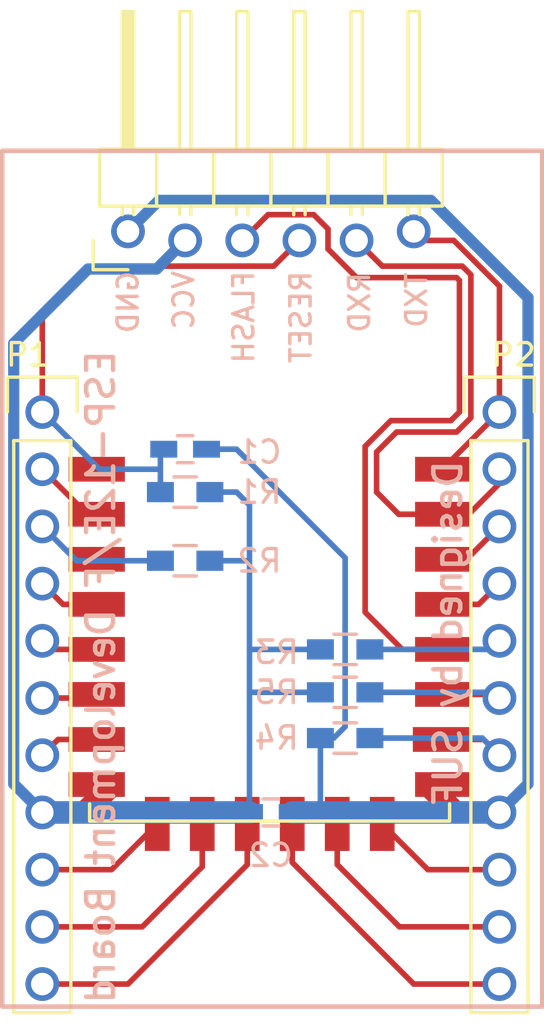
<source format=kicad_pcb>
(kicad_pcb (version 4) (host pcbnew 4.0.2-stable)

  (general
    (links 42)
    (no_connects 0)
    (area 139.671667 83.104999 170.208334 128.975001)
    (thickness 1.6)
    (drawings 16)
    (tracks 128)
    (zones 0)
    (modules 11)
    (nets 23)
  )

  (page A4)
  (layers
    (0 F.Cu signal)
    (31 B.Cu signal)
    (32 B.Adhes user)
    (33 F.Adhes user)
    (34 B.Paste user)
    (35 F.Paste user)
    (36 B.SilkS user)
    (37 F.SilkS user)
    (38 B.Mask user)
    (39 F.Mask user)
    (40 Dwgs.User user)
    (41 Cmts.User user)
    (42 Eco1.User user)
    (43 Eco2.User user)
    (44 Edge.Cuts user)
    (45 Margin user)
    (46 B.CrtYd user)
    (47 F.CrtYd user)
    (48 B.Fab user)
    (49 F.Fab user)
  )

  (setup
    (last_trace_width 0.5)
    (user_trace_width 0.5)
    (user_trace_width 1)
    (trace_clearance 0.2)
    (zone_clearance 0.508)
    (zone_45_only no)
    (trace_min 0.2)
    (segment_width 0.2)
    (edge_width 0.15)
    (via_size 0.6)
    (via_drill 0.4)
    (via_min_size 0.4)
    (via_min_drill 0.3)
    (uvia_size 0.3)
    (uvia_drill 0.1)
    (uvias_allowed no)
    (uvia_min_size 0.2)
    (uvia_min_drill 0.1)
    (pcb_text_width 0.3)
    (pcb_text_size 1.5 1.5)
    (mod_edge_width 0.15)
    (mod_text_size 1 1)
    (mod_text_width 0.15)
    (pad_size 1.5 1.5)
    (pad_drill 1)
    (pad_to_mask_clearance 0.2)
    (aux_axis_origin 0 0)
    (visible_elements 7FFFFFFF)
    (pcbplotparams
      (layerselection 0x00030_80000001)
      (usegerberextensions false)
      (excludeedgelayer true)
      (linewidth 0.100000)
      (plotframeref false)
      (viasonmask false)
      (mode 1)
      (useauxorigin false)
      (hpglpennumber 1)
      (hpglpenspeed 20)
      (hpglpendiameter 15)
      (hpglpenoverlay 2)
      (psnegative false)
      (psa4output false)
      (plotreference true)
      (plotvalue true)
      (plotinvisibletext false)
      (padsonsilk false)
      (subtractmaskfromsilk false)
      (outputformat 1)
      (mirror false)
      (drillshape 1)
      (scaleselection 1)
      (outputdirectory ""))
  )

  (net 0 "")
  (net 1 "Net-(P1-Pad2)")
  (net 2 "Net-(P1-Pad3)")
  (net 3 "Net-(P1-Pad4)")
  (net 4 "Net-(P1-Pad5)")
  (net 5 "Net-(P1-Pad6)")
  (net 6 "Net-(P1-Pad7)")
  (net 7 "Net-(P1-Pad9)")
  (net 8 "Net-(P1-Pad10)")
  (net 9 "Net-(P1-Pad11)")
  (net 10 "Net-(P2-Pad1)")
  (net 11 "Net-(P2-Pad2)")
  (net 12 "Net-(P2-Pad3)")
  (net 13 "Net-(P2-Pad4)")
  (net 14 "Net-(P2-Pad5)")
  (net 15 "Net-(P2-Pad6)")
  (net 16 "Net-(P2-Pad7)")
  (net 17 "Net-(P2-Pad9)")
  (net 18 "Net-(P2-Pad10)")
  (net 19 "Net-(P2-Pad11)")
  (net 20 "Net-(C1-Pad1)")
  (net 21 GND)
  (net 22 VCC)

  (net_class Default "This is the default net class."
    (clearance 0.2)
    (trace_width 0.25)
    (via_dia 0.6)
    (via_drill 0.4)
    (uvia_dia 0.3)
    (uvia_drill 0.1)
    (add_net GND)
    (add_net "Net-(C1-Pad1)")
    (add_net "Net-(P1-Pad10)")
    (add_net "Net-(P1-Pad11)")
    (add_net "Net-(P1-Pad2)")
    (add_net "Net-(P1-Pad3)")
    (add_net "Net-(P1-Pad4)")
    (add_net "Net-(P1-Pad5)")
    (add_net "Net-(P1-Pad6)")
    (add_net "Net-(P1-Pad7)")
    (add_net "Net-(P1-Pad9)")
    (add_net "Net-(P2-Pad1)")
    (add_net "Net-(P2-Pad10)")
    (add_net "Net-(P2-Pad11)")
    (add_net "Net-(P2-Pad2)")
    (add_net "Net-(P2-Pad3)")
    (add_net "Net-(P2-Pad4)")
    (add_net "Net-(P2-Pad5)")
    (add_net "Net-(P2-Pad6)")
    (add_net "Net-(P2-Pad7)")
    (add_net "Net-(P2-Pad9)")
    (add_net VCC)
  )

  (module Pin_Headers:Pin_Header_Straight_1x11 (layer F.Cu) (tedit 583699A2) (tstamp 5835CB64)
    (at 144.78 101.6)
    (descr "Through hole pin header")
    (tags "pin header")
    (path /5835C9F9)
    (fp_text reference P1 (at -0.635 -2.54) (layer F.SilkS)
      (effects (font (size 1 1) (thickness 0.15)))
    )
    (fp_text value CONN_01X11 (at 0 -3.1) (layer F.Fab) hide
      (effects (font (size 1 1) (thickness 0.15)))
    )
    (fp_line (start -1.75 -1.75) (end -1.75 27.15) (layer F.CrtYd) (width 0.05))
    (fp_line (start 1.75 -1.75) (end 1.75 27.15) (layer F.CrtYd) (width 0.05))
    (fp_line (start -1.75 -1.75) (end 1.75 -1.75) (layer F.CrtYd) (width 0.05))
    (fp_line (start -1.75 27.15) (end 1.75 27.15) (layer F.CrtYd) (width 0.05))
    (fp_line (start 1.27 1.27) (end 1.27 26.67) (layer F.SilkS) (width 0.15))
    (fp_line (start 1.27 26.67) (end -1.27 26.67) (layer F.SilkS) (width 0.15))
    (fp_line (start -1.27 26.67) (end -1.27 1.27) (layer F.SilkS) (width 0.15))
    (fp_line (start 1.55 -1.55) (end 1.55 0) (layer F.SilkS) (width 0.15))
    (fp_line (start 1.27 1.27) (end -1.27 1.27) (layer F.SilkS) (width 0.15))
    (fp_line (start -1.55 0) (end -1.55 -1.55) (layer F.SilkS) (width 0.15))
    (fp_line (start -1.55 -1.55) (end 1.55 -1.55) (layer F.SilkS) (width 0.15))
    (pad 1 thru_hole circle (at 0 0) (size 1.5 1.5) (drill 1) (layers *.Cu *.Mask)
      (net 20 "Net-(C1-Pad1)"))
    (pad 2 thru_hole circle (at 0 2.54) (size 1.5 1.5) (drill 1) (layers *.Cu *.Mask)
      (net 1 "Net-(P1-Pad2)"))
    (pad 3 thru_hole circle (at 0 5.08) (size 1.5 1.5) (drill 1) (layers *.Cu *.Mask)
      (net 2 "Net-(P1-Pad3)"))
    (pad 4 thru_hole circle (at 0 7.62) (size 1.5 1.5) (drill 1) (layers *.Cu *.Mask)
      (net 3 "Net-(P1-Pad4)"))
    (pad 5 thru_hole circle (at 0 10.16) (size 1.5 1.5) (drill 1) (layers *.Cu *.Mask)
      (net 4 "Net-(P1-Pad5)"))
    (pad 6 thru_hole circle (at 0 12.7) (size 1.5 1.5) (drill 1) (layers *.Cu *.Mask)
      (net 5 "Net-(P1-Pad6)"))
    (pad 7 thru_hole circle (at 0 15.24) (size 1.5 1.5) (drill 1) (layers *.Cu *.Mask)
      (net 6 "Net-(P1-Pad7)"))
    (pad 8 thru_hole circle (at 0 17.78) (size 1.5 1.5) (drill 1) (layers *.Cu *.Mask)
      (net 22 VCC))
    (pad 9 thru_hole circle (at 0 20.32) (size 1.5 1.5) (drill 1) (layers *.Cu *.Mask)
      (net 7 "Net-(P1-Pad9)"))
    (pad 10 thru_hole circle (at 0 22.86) (size 1.5 1.5) (drill 1) (layers *.Cu *.Mask)
      (net 8 "Net-(P1-Pad10)"))
    (pad 11 thru_hole circle (at 0 25.4) (size 1.5 1.5) (drill 1) (layers *.Cu *.Mask)
      (net 9 "Net-(P1-Pad11)"))
    (model Pin_Headers.3dshapes/Pin_Header_Straight_1x11.wrl
      (at (xyz 0 -0.5 0))
      (scale (xyz 1 1 1))
      (rotate (xyz 0 0 90))
    )
  )

  (module Pin_Headers:Pin_Header_Straight_1x11 (layer F.Cu) (tedit 583699B5) (tstamp 5835CB7E)
    (at 165.1 101.6)
    (descr "Through hole pin header")
    (tags "pin header")
    (path /5835C978)
    (fp_text reference P2 (at 0.635 -2.54) (layer F.SilkS)
      (effects (font (size 1 1) (thickness 0.15)))
    )
    (fp_text value CONN_01X11 (at 0 -3.1) (layer F.Fab) hide
      (effects (font (size 1 1) (thickness 0.15)))
    )
    (fp_line (start -1.75 -1.75) (end -1.75 27.15) (layer F.CrtYd) (width 0.05))
    (fp_line (start 1.75 -1.75) (end 1.75 27.15) (layer F.CrtYd) (width 0.05))
    (fp_line (start -1.75 -1.75) (end 1.75 -1.75) (layer F.CrtYd) (width 0.05))
    (fp_line (start -1.75 27.15) (end 1.75 27.15) (layer F.CrtYd) (width 0.05))
    (fp_line (start 1.27 1.27) (end 1.27 26.67) (layer F.SilkS) (width 0.15))
    (fp_line (start 1.27 26.67) (end -1.27 26.67) (layer F.SilkS) (width 0.15))
    (fp_line (start -1.27 26.67) (end -1.27 1.27) (layer F.SilkS) (width 0.15))
    (fp_line (start 1.55 -1.55) (end 1.55 0) (layer F.SilkS) (width 0.15))
    (fp_line (start 1.27 1.27) (end -1.27 1.27) (layer F.SilkS) (width 0.15))
    (fp_line (start -1.55 0) (end -1.55 -1.55) (layer F.SilkS) (width 0.15))
    (fp_line (start -1.55 -1.55) (end 1.55 -1.55) (layer F.SilkS) (width 0.15))
    (pad 1 thru_hole circle (at 0 0) (size 1.5 1.5) (drill 1) (layers *.Cu *.Mask)
      (net 10 "Net-(P2-Pad1)"))
    (pad 2 thru_hole circle (at 0 2.54) (size 1.5 1.5) (drill 1) (layers *.Cu *.Mask)
      (net 11 "Net-(P2-Pad2)"))
    (pad 3 thru_hole circle (at 0 5.08) (size 1.5 1.5) (drill 1) (layers *.Cu *.Mask)
      (net 12 "Net-(P2-Pad3)"))
    (pad 4 thru_hole circle (at 0 7.62) (size 1.5 1.5) (drill 1) (layers *.Cu *.Mask)
      (net 13 "Net-(P2-Pad4)"))
    (pad 5 thru_hole circle (at 0 10.16) (size 1.5 1.5) (drill 1) (layers *.Cu *.Mask)
      (net 14 "Net-(P2-Pad5)"))
    (pad 6 thru_hole circle (at 0 12.7) (size 1.5 1.5) (drill 1) (layers *.Cu *.Mask)
      (net 15 "Net-(P2-Pad6)"))
    (pad 7 thru_hole circle (at 0 15.24) (size 1.5 1.5) (drill 1) (layers *.Cu *.Mask)
      (net 16 "Net-(P2-Pad7)"))
    (pad 8 thru_hole circle (at 0 17.78) (size 1.5 1.5) (drill 1) (layers *.Cu *.Mask)
      (net 21 GND))
    (pad 9 thru_hole circle (at 0 20.32) (size 1.5 1.5) (drill 1) (layers *.Cu *.Mask)
      (net 17 "Net-(P2-Pad9)"))
    (pad 10 thru_hole circle (at 0 22.86) (size 1.5 1.5) (drill 1) (layers *.Cu *.Mask)
      (net 18 "Net-(P2-Pad10)"))
    (pad 11 thru_hole circle (at 0 25.4) (size 1.5 1.5) (drill 1) (layers *.Cu *.Mask)
      (net 19 "Net-(P2-Pad11)"))
    (model Pin_Headers.3dshapes/Pin_Header_Straight_1x11.wrl
      (at (xyz 0 -0.5 0))
      (scale (xyz 1 1 1))
      (rotate (xyz 0 0 90))
    )
  )

  (module suf_module:ESP-12E (layer F.Cu) (tedit 58369B2B) (tstamp 5835CBAC)
    (at 147.9 104.14)
    (descr "Module, ESP-8266, ESP-12, 16 pad, SMD")
    (tags "Module ESP-8266 ESP8266")
    (path /5835C869)
    (fp_text reference U1 (at 7.802 2.794) (layer F.SilkS) hide
      (effects (font (size 1 1) (thickness 0.15)))
    )
    (fp_text value ESP12E (at 6.786 6.096) (layer F.Fab)
      (effects (font (size 1 1) (thickness 0.15)))
    )
    (fp_line (start -2.25 -0.5) (end -2.25 -8.75) (layer F.CrtYd) (width 0.05))
    (fp_line (start -2.25 -8.75) (end 15.25 -8.75) (layer F.CrtYd) (width 0.05))
    (fp_line (start 15.25 -8.75) (end 16.25 -8.75) (layer F.CrtYd) (width 0.05))
    (fp_line (start 16.25 -8.75) (end 16.25 16) (layer F.CrtYd) (width 0.05))
    (fp_line (start 16.25 16) (end -2.25 16) (layer F.CrtYd) (width 0.05))
    (fp_line (start -2.25 16) (end -2.25 -0.5) (layer F.CrtYd) (width 0.05))
    (fp_line (start -1.016 -8.382) (end 14.986 -8.382) (layer F.CrtYd) (width 0.1524))
    (fp_line (start 14.986 -8.382) (end 14.986 -0.889) (layer F.CrtYd) (width 0.1524))
    (fp_line (start -1.016 -8.382) (end -1.016 -1.016) (layer F.CrtYd) (width 0.1524))
    (fp_line (start -1.016 14.859) (end -1.016 15.621) (layer F.SilkS) (width 0.1524))
    (fp_line (start -1.016 15.621) (end 14.986 15.621) (layer F.SilkS) (width 0.1524))
    (fp_line (start 14.986 15.621) (end 14.986 14.859) (layer F.SilkS) (width 0.1524))
    (fp_line (start 14.992 -8.4) (end -1.008 -2.6) (layer F.CrtYd) (width 0.1524))
    (fp_line (start -1.008 -8.4) (end 14.992 -2.6) (layer F.CrtYd) (width 0.1524))
    (fp_text user "No Copper" (at 6.892 -5.4) (layer F.CrtYd)
      (effects (font (size 1 1) (thickness 0.15)))
    )
    (fp_line (start -1.008 -2.6) (end 14.992 -2.6) (layer F.CrtYd) (width 0.1524))
    (fp_line (start 15 -8.4) (end 15 15.6) (layer F.Fab) (width 0.05))
    (fp_line (start 14.992 15.6) (end -1.008 15.6) (layer F.Fab) (width 0.05))
    (fp_line (start -1.008 15.6) (end -1.008 -8.4) (layer F.Fab) (width 0.05))
    (fp_line (start -1.008 -8.4) (end 14.992 -8.4) (layer F.Fab) (width 0.05))
    (pad 1 smd rect (at 0 0) (size 2.5 1.1) (drill (offset -0.7 0)) (layers F.Cu F.Paste F.Mask)
      (net 20 "Net-(C1-Pad1)"))
    (pad 2 smd rect (at 0 2) (size 2.5 1.1) (drill (offset -0.7 0)) (layers F.Cu F.Paste F.Mask)
      (net 1 "Net-(P1-Pad2)"))
    (pad 3 smd rect (at 0 4) (size 2.5 1.1) (drill (offset -0.7 0)) (layers F.Cu F.Paste F.Mask)
      (net 2 "Net-(P1-Pad3)"))
    (pad 4 smd rect (at 0 6) (size 2.5 1.1) (drill (offset -0.7 0)) (layers F.Cu F.Paste F.Mask)
      (net 3 "Net-(P1-Pad4)"))
    (pad 5 smd rect (at 0 8) (size 2.5 1.1) (drill (offset -0.7 0)) (layers F.Cu F.Paste F.Mask)
      (net 4 "Net-(P1-Pad5)"))
    (pad 6 smd rect (at 0 10) (size 2.5 1.1) (drill (offset -0.7 0)) (layers F.Cu F.Paste F.Mask)
      (net 5 "Net-(P1-Pad6)"))
    (pad 7 smd rect (at 0 12) (size 2.5 1.1) (drill (offset -0.7 0)) (layers F.Cu F.Paste F.Mask)
      (net 6 "Net-(P1-Pad7)"))
    (pad 8 smd rect (at 0 14) (size 2.5 1.1) (drill (offset -0.7 0)) (layers F.Cu F.Paste F.Mask)
      (net 22 VCC))
    (pad 17 smd rect (at 1.99 15.75 90) (size 2.4 1.1) (layers F.Cu F.Paste F.Mask)
      (net 7 "Net-(P1-Pad9)"))
    (pad 18 smd rect (at 3.99 15.75 90) (size 2.4 1.1) (layers F.Cu F.Paste F.Mask)
      (net 8 "Net-(P1-Pad10)"))
    (pad 19 smd rect (at 5.99 15.75 90) (size 2.4 1.1) (layers F.Cu F.Paste F.Mask)
      (net 9 "Net-(P1-Pad11)"))
    (pad 20 smd rect (at 7.99 15.75 90) (size 2.4 1.1) (layers F.Cu F.Paste F.Mask)
      (net 19 "Net-(P2-Pad11)"))
    (pad 21 smd rect (at 9.99 15.75 90) (size 2.4 1.1) (layers F.Cu F.Paste F.Mask)
      (net 18 "Net-(P2-Pad10)"))
    (pad 22 smd rect (at 11.99 15.75 90) (size 2.4 1.1) (layers F.Cu F.Paste F.Mask)
      (net 17 "Net-(P2-Pad9)"))
    (pad 9 smd rect (at 14 14) (size 2.5 1.1) (drill (offset 0.7 0)) (layers F.Cu F.Paste F.Mask)
      (net 21 GND))
    (pad 10 smd rect (at 14 12) (size 2.5 1.1) (drill (offset 0.6 0)) (layers F.Cu F.Paste F.Mask)
      (net 16 "Net-(P2-Pad7)"))
    (pad 11 smd rect (at 14 10) (size 2.5 1.1) (drill (offset 0.7 0)) (layers F.Cu F.Paste F.Mask)
      (net 15 "Net-(P2-Pad6)"))
    (pad 12 smd rect (at 14 8) (size 2.5 1.1) (drill (offset 0.7 0)) (layers F.Cu F.Paste F.Mask)
      (net 14 "Net-(P2-Pad5)"))
    (pad 13 smd rect (at 14 6) (size 2.5 1.1) (drill (offset 0.7 0)) (layers F.Cu F.Paste F.Mask)
      (net 13 "Net-(P2-Pad4)"))
    (pad 14 smd rect (at 14 4) (size 2.5 1.1) (drill (offset 0.7 0)) (layers F.Cu F.Paste F.Mask)
      (net 12 "Net-(P2-Pad3)"))
    (pad 15 smd rect (at 14 2) (size 2.5 1.1) (drill (offset 0.7 0)) (layers F.Cu F.Paste F.Mask)
      (net 11 "Net-(P2-Pad2)"))
    (pad 16 smd rect (at 14 0) (size 2.5 1.1) (drill (offset 0.7 0)) (layers F.Cu F.Paste F.Mask)
      (net 10 "Net-(P2-Pad1)"))
    (model ${ESPLIB}/ESP8266.3dshapes/ESP-12.wrl
      (at (xyz 0.04 0 0))
      (scale (xyz 0.3937 0.3937 0.3937))
      (rotate (xyz 0 0 0))
    )
  )

  (module Capacitors_SMD:C_0603_HandSoldering (layer B.Cu) (tedit 58369A76) (tstamp 5835D395)
    (at 151.13 103.251)
    (descr "Capacitor SMD 0603, hand soldering")
    (tags "capacitor 0603")
    (path /5835D719)
    (attr smd)
    (fp_text reference C1 (at 3.302 0.127) (layer B.SilkS)
      (effects (font (size 1 1) (thickness 0.15)) (justify mirror))
    )
    (fp_text value 470pF (at 0 -1.9) (layer B.Fab) hide
      (effects (font (size 1 1) (thickness 0.15)) (justify mirror))
    )
    (fp_line (start -0.8 -0.4) (end -0.8 0.4) (layer B.Fab) (width 0.15))
    (fp_line (start 0.8 -0.4) (end -0.8 -0.4) (layer B.Fab) (width 0.15))
    (fp_line (start 0.8 0.4) (end 0.8 -0.4) (layer B.Fab) (width 0.15))
    (fp_line (start -0.8 0.4) (end 0.8 0.4) (layer B.Fab) (width 0.15))
    (fp_line (start -1.85 0.75) (end 1.85 0.75) (layer B.CrtYd) (width 0.05))
    (fp_line (start -1.85 -0.75) (end 1.85 -0.75) (layer B.CrtYd) (width 0.05))
    (fp_line (start -1.85 0.75) (end -1.85 -0.75) (layer B.CrtYd) (width 0.05))
    (fp_line (start 1.85 0.75) (end 1.85 -0.75) (layer B.CrtYd) (width 0.05))
    (fp_line (start -0.35 0.6) (end 0.35 0.6) (layer B.SilkS) (width 0.15))
    (fp_line (start 0.35 -0.6) (end -0.35 -0.6) (layer B.SilkS) (width 0.15))
    (pad 1 smd rect (at -0.95 0) (size 1.2 0.75) (layers B.Cu B.Paste B.Mask)
      (net 20 "Net-(C1-Pad1)"))
    (pad 2 smd rect (at 0.95 0) (size 1.2 0.75) (layers B.Cu B.Paste B.Mask)
      (net 21 GND))
    (model Capacitors_SMD.3dshapes/C_0603_HandSoldering.wrl
      (at (xyz 0 0 0))
      (scale (xyz 1 1 1))
      (rotate (xyz 0 0 0))
    )
  )

  (module Capacitors_SMD:C_0603_HandSoldering (layer B.Cu) (tedit 583699CB) (tstamp 5835D3A5)
    (at 154.94 119.38)
    (descr "Capacitor SMD 0603, hand soldering")
    (tags "capacitor 0603")
    (path /5835D7AA)
    (attr smd)
    (fp_text reference C2 (at 0 1.9) (layer B.SilkS)
      (effects (font (size 1 1) (thickness 0.15)) (justify mirror))
    )
    (fp_text value 1uF/6.3V (at 0 -1.9) (layer B.Fab) hide
      (effects (font (size 1 1) (thickness 0.15)) (justify mirror))
    )
    (fp_line (start -0.8 -0.4) (end -0.8 0.4) (layer B.Fab) (width 0.15))
    (fp_line (start 0.8 -0.4) (end -0.8 -0.4) (layer B.Fab) (width 0.15))
    (fp_line (start 0.8 0.4) (end 0.8 -0.4) (layer B.Fab) (width 0.15))
    (fp_line (start -0.8 0.4) (end 0.8 0.4) (layer B.Fab) (width 0.15))
    (fp_line (start -1.85 0.75) (end 1.85 0.75) (layer B.CrtYd) (width 0.05))
    (fp_line (start -1.85 -0.75) (end 1.85 -0.75) (layer B.CrtYd) (width 0.05))
    (fp_line (start -1.85 0.75) (end -1.85 -0.75) (layer B.CrtYd) (width 0.05))
    (fp_line (start 1.85 0.75) (end 1.85 -0.75) (layer B.CrtYd) (width 0.05))
    (fp_line (start -0.35 0.6) (end 0.35 0.6) (layer B.SilkS) (width 0.15))
    (fp_line (start 0.35 -0.6) (end -0.35 -0.6) (layer B.SilkS) (width 0.15))
    (pad 1 smd rect (at -0.95 0) (size 1.2 0.75) (layers B.Cu B.Paste B.Mask)
      (net 22 VCC))
    (pad 2 smd rect (at 0.95 0) (size 1.2 0.75) (layers B.Cu B.Paste B.Mask)
      (net 21 GND))
    (model Capacitors_SMD.3dshapes/C_0603_HandSoldering.wrl
      (at (xyz 0 0 0))
      (scale (xyz 1 1 1))
      (rotate (xyz 0 0 0))
    )
  )

  (module Pin_Headers:Pin_Header_Angled_1x06 (layer F.Cu) (tedit 5879F5DE) (tstamp 5835D3F0)
    (at 148.59 93.98 90)
    (descr "Through hole pin header")
    (tags "pin header")
    (path /5835D014)
    (fp_text reference P3 (at 0 -5.1 90) (layer F.SilkS) hide
      (effects (font (size 1 1) (thickness 0.15)))
    )
    (fp_text value ISP (at 2.54 -2.54 90) (layer F.Fab)
      (effects (font (size 1 1) (thickness 0.15)))
    )
    (fp_line (start -1.5 -1.75) (end -1.5 14.45) (layer F.CrtYd) (width 0.05))
    (fp_line (start 10.65 -1.75) (end 10.65 14.45) (layer F.CrtYd) (width 0.05))
    (fp_line (start -1.5 -1.75) (end 10.65 -1.75) (layer F.CrtYd) (width 0.05))
    (fp_line (start -1.5 14.45) (end 10.65 14.45) (layer F.CrtYd) (width 0.05))
    (fp_line (start -1.3 -1.55) (end -1.3 0) (layer F.SilkS) (width 0.15))
    (fp_line (start 0 -1.55) (end -1.3 -1.55) (layer F.SilkS) (width 0.15))
    (fp_line (start 4.191 -0.127) (end 10.033 -0.127) (layer F.SilkS) (width 0.15))
    (fp_line (start 10.033 -0.127) (end 10.033 0.127) (layer F.SilkS) (width 0.15))
    (fp_line (start 10.033 0.127) (end 4.191 0.127) (layer F.SilkS) (width 0.15))
    (fp_line (start 4.191 0.127) (end 4.191 0) (layer F.SilkS) (width 0.15))
    (fp_line (start 4.191 0) (end 10.033 0) (layer F.SilkS) (width 0.15))
    (fp_line (start 1.524 -0.254) (end 1.143 -0.254) (layer F.SilkS) (width 0.15))
    (fp_line (start 1.524 0.254) (end 1.143 0.254) (layer F.SilkS) (width 0.15))
    (fp_line (start 1.524 2.286) (end 1.143 2.286) (layer F.SilkS) (width 0.15))
    (fp_line (start 1.524 2.794) (end 1.143 2.794) (layer F.SilkS) (width 0.15))
    (fp_line (start 1.524 4.826) (end 1.143 4.826) (layer F.SilkS) (width 0.15))
    (fp_line (start 1.524 5.334) (end 1.143 5.334) (layer F.SilkS) (width 0.15))
    (fp_line (start 1.524 12.954) (end 1.143 12.954) (layer F.SilkS) (width 0.15))
    (fp_line (start 1.524 12.446) (end 1.143 12.446) (layer F.SilkS) (width 0.15))
    (fp_line (start 1.524 10.414) (end 1.143 10.414) (layer F.SilkS) (width 0.15))
    (fp_line (start 1.524 9.906) (end 1.143 9.906) (layer F.SilkS) (width 0.15))
    (fp_line (start 1.524 7.874) (end 1.143 7.874) (layer F.SilkS) (width 0.15))
    (fp_line (start 1.524 7.366) (end 1.143 7.366) (layer F.SilkS) (width 0.15))
    (fp_line (start 1.524 -1.27) (end 4.064 -1.27) (layer F.SilkS) (width 0.15))
    (fp_line (start 1.524 1.27) (end 4.064 1.27) (layer F.SilkS) (width 0.15))
    (fp_line (start 1.524 1.27) (end 1.524 3.81) (layer F.SilkS) (width 0.15))
    (fp_line (start 1.524 3.81) (end 4.064 3.81) (layer F.SilkS) (width 0.15))
    (fp_line (start 4.064 2.286) (end 10.16 2.286) (layer F.SilkS) (width 0.15))
    (fp_line (start 10.16 2.286) (end 10.16 2.794) (layer F.SilkS) (width 0.15))
    (fp_line (start 10.16 2.794) (end 4.064 2.794) (layer F.SilkS) (width 0.15))
    (fp_line (start 4.064 3.81) (end 4.064 1.27) (layer F.SilkS) (width 0.15))
    (fp_line (start 4.064 1.27) (end 4.064 -1.27) (layer F.SilkS) (width 0.15))
    (fp_line (start 10.16 0.254) (end 4.064 0.254) (layer F.SilkS) (width 0.15))
    (fp_line (start 10.16 -0.254) (end 10.16 0.254) (layer F.SilkS) (width 0.15))
    (fp_line (start 4.064 -0.254) (end 10.16 -0.254) (layer F.SilkS) (width 0.15))
    (fp_line (start 1.524 1.27) (end 4.064 1.27) (layer F.SilkS) (width 0.15))
    (fp_line (start 1.524 -1.27) (end 1.524 1.27) (layer F.SilkS) (width 0.15))
    (fp_line (start 1.524 8.89) (end 4.064 8.89) (layer F.SilkS) (width 0.15))
    (fp_line (start 1.524 8.89) (end 1.524 11.43) (layer F.SilkS) (width 0.15))
    (fp_line (start 1.524 11.43) (end 4.064 11.43) (layer F.SilkS) (width 0.15))
    (fp_line (start 4.064 9.906) (end 10.16 9.906) (layer F.SilkS) (width 0.15))
    (fp_line (start 10.16 9.906) (end 10.16 10.414) (layer F.SilkS) (width 0.15))
    (fp_line (start 10.16 10.414) (end 4.064 10.414) (layer F.SilkS) (width 0.15))
    (fp_line (start 4.064 11.43) (end 4.064 8.89) (layer F.SilkS) (width 0.15))
    (fp_line (start 4.064 13.97) (end 4.064 11.43) (layer F.SilkS) (width 0.15))
    (fp_line (start 10.16 12.954) (end 4.064 12.954) (layer F.SilkS) (width 0.15))
    (fp_line (start 10.16 12.446) (end 10.16 12.954) (layer F.SilkS) (width 0.15))
    (fp_line (start 4.064 12.446) (end 10.16 12.446) (layer F.SilkS) (width 0.15))
    (fp_line (start 1.524 13.97) (end 4.064 13.97) (layer F.SilkS) (width 0.15))
    (fp_line (start 1.524 11.43) (end 1.524 13.97) (layer F.SilkS) (width 0.15))
    (fp_line (start 1.524 11.43) (end 4.064 11.43) (layer F.SilkS) (width 0.15))
    (fp_line (start 1.524 6.35) (end 4.064 6.35) (layer F.SilkS) (width 0.15))
    (fp_line (start 1.524 6.35) (end 1.524 8.89) (layer F.SilkS) (width 0.15))
    (fp_line (start 1.524 8.89) (end 4.064 8.89) (layer F.SilkS) (width 0.15))
    (fp_line (start 4.064 7.366) (end 10.16 7.366) (layer F.SilkS) (width 0.15))
    (fp_line (start 10.16 7.366) (end 10.16 7.874) (layer F.SilkS) (width 0.15))
    (fp_line (start 10.16 7.874) (end 4.064 7.874) (layer F.SilkS) (width 0.15))
    (fp_line (start 4.064 8.89) (end 4.064 6.35) (layer F.SilkS) (width 0.15))
    (fp_line (start 4.064 6.35) (end 4.064 3.81) (layer F.SilkS) (width 0.15))
    (fp_line (start 10.16 5.334) (end 4.064 5.334) (layer F.SilkS) (width 0.15))
    (fp_line (start 10.16 4.826) (end 10.16 5.334) (layer F.SilkS) (width 0.15))
    (fp_line (start 4.064 4.826) (end 10.16 4.826) (layer F.SilkS) (width 0.15))
    (fp_line (start 1.524 6.35) (end 4.064 6.35) (layer F.SilkS) (width 0.15))
    (fp_line (start 1.524 3.81) (end 1.524 6.35) (layer F.SilkS) (width 0.15))
    (fp_line (start 1.524 3.81) (end 4.064 3.81) (layer F.SilkS) (width 0.15))
    (pad 1 thru_hole circle (at 0.4 0 90) (size 1.5 1.5) (drill 1) (layers *.Cu *.Mask)
      (net 21 GND))
    (pad 2 thru_hole circle (at 0 2.54 90) (size 1.5 1.5) (drill 1) (layers *.Cu *.Mask)
      (net 22 VCC))
    (pad 3 thru_hole circle (at 0 5.08 90) (size 1.5 1.5) (drill 1) (layers *.Cu *.Mask)
      (net 14 "Net-(P2-Pad5)"))
    (pad 4 thru_hole circle (at 0 7.62 90) (size 1.5 1.5) (drill 1) (layers *.Cu *.Mask)
      (net 20 "Net-(C1-Pad1)"))
    (pad 5 thru_hole circle (at 0 10.16 90) (size 1.5 1.5) (drill 1) (layers *.Cu *.Mask)
      (net 11 "Net-(P2-Pad2)"))
    (pad 6 thru_hole circle (at 0.4 12.7 90) (size 1.5 1.5) (drill 1) (layers *.Cu *.Mask)
      (net 10 "Net-(P2-Pad1)"))
    (model Pin_Headers.3dshapes/Pin_Header_Angled_1x06.wrl
      (at (xyz 0 -0.25 0))
      (scale (xyz 1 1 1))
      (rotate (xyz 0 0 90))
    )
  )

  (module Resistors_SMD:R_0603_HandSoldering (layer B.Cu) (tedit 58369A6C) (tstamp 5835D400)
    (at 151.13 105.156 180)
    (descr "Resistor SMD 0603, hand soldering")
    (tags "resistor 0603")
    (path /5835D4C2)
    (attr smd)
    (fp_text reference R1 (at -3.302 0 180) (layer B.SilkS)
      (effects (font (size 1 1) (thickness 0.15)) (justify mirror))
    )
    (fp_text value 12K (at 0 -1.9 180) (layer B.Fab) hide
      (effects (font (size 1 1) (thickness 0.15)) (justify mirror))
    )
    (fp_line (start -0.8 -0.4) (end -0.8 0.4) (layer B.Fab) (width 0.1))
    (fp_line (start 0.8 -0.4) (end -0.8 -0.4) (layer B.Fab) (width 0.1))
    (fp_line (start 0.8 0.4) (end 0.8 -0.4) (layer B.Fab) (width 0.1))
    (fp_line (start -0.8 0.4) (end 0.8 0.4) (layer B.Fab) (width 0.1))
    (fp_line (start -2 0.8) (end 2 0.8) (layer B.CrtYd) (width 0.05))
    (fp_line (start -2 -0.8) (end 2 -0.8) (layer B.CrtYd) (width 0.05))
    (fp_line (start -2 0.8) (end -2 -0.8) (layer B.CrtYd) (width 0.05))
    (fp_line (start 2 0.8) (end 2 -0.8) (layer B.CrtYd) (width 0.05))
    (fp_line (start 0.5 -0.675) (end -0.5 -0.675) (layer B.SilkS) (width 0.15))
    (fp_line (start -0.5 0.675) (end 0.5 0.675) (layer B.SilkS) (width 0.15))
    (pad 1 smd rect (at -1.1 0 180) (size 1.2 0.9) (layers B.Cu B.Paste B.Mask)
      (net 22 VCC))
    (pad 2 smd rect (at 1.1 0 180) (size 1.2 0.9) (layers B.Cu B.Paste B.Mask)
      (net 20 "Net-(C1-Pad1)"))
    (model Resistors_SMD.3dshapes/R_0603_HandSoldering.wrl
      (at (xyz 0 0 0))
      (scale (xyz 1 1 1))
      (rotate (xyz 0 0 0))
    )
  )

  (module Resistors_SMD:R_0603_HandSoldering (layer B.Cu) (tedit 58369A50) (tstamp 5835D410)
    (at 151.13 108.204 180)
    (descr "Resistor SMD 0603, hand soldering")
    (tags "resistor 0603")
    (path /5835D57D)
    (attr smd)
    (fp_text reference R2 (at -3.302 0 180) (layer B.SilkS)
      (effects (font (size 1 1) (thickness 0.15)) (justify mirror))
    )
    (fp_text value 12K (at 0 -1.9 180) (layer B.Fab) hide
      (effects (font (size 1 1) (thickness 0.15)) (justify mirror))
    )
    (fp_line (start -0.8 -0.4) (end -0.8 0.4) (layer B.Fab) (width 0.1))
    (fp_line (start 0.8 -0.4) (end -0.8 -0.4) (layer B.Fab) (width 0.1))
    (fp_line (start 0.8 0.4) (end 0.8 -0.4) (layer B.Fab) (width 0.1))
    (fp_line (start -0.8 0.4) (end 0.8 0.4) (layer B.Fab) (width 0.1))
    (fp_line (start -2 0.8) (end 2 0.8) (layer B.CrtYd) (width 0.05))
    (fp_line (start -2 -0.8) (end 2 -0.8) (layer B.CrtYd) (width 0.05))
    (fp_line (start -2 0.8) (end -2 -0.8) (layer B.CrtYd) (width 0.05))
    (fp_line (start 2 0.8) (end 2 -0.8) (layer B.CrtYd) (width 0.05))
    (fp_line (start 0.5 -0.675) (end -0.5 -0.675) (layer B.SilkS) (width 0.15))
    (fp_line (start -0.5 0.675) (end 0.5 0.675) (layer B.SilkS) (width 0.15))
    (pad 1 smd rect (at -1.1 0 180) (size 1.2 0.9) (layers B.Cu B.Paste B.Mask)
      (net 22 VCC))
    (pad 2 smd rect (at 1.1 0 180) (size 1.2 0.9) (layers B.Cu B.Paste B.Mask)
      (net 2 "Net-(P1-Pad3)"))
    (model Resistors_SMD.3dshapes/R_0603_HandSoldering.wrl
      (at (xyz 0 0 0))
      (scale (xyz 1 1 1))
      (rotate (xyz 0 0 0))
    )
  )

  (module Resistors_SMD:R_0603_HandSoldering (layer B.Cu) (tedit 58369A29) (tstamp 5835D420)
    (at 158.242 112.141)
    (descr "Resistor SMD 0603, hand soldering")
    (tags "resistor 0603")
    (path /5835D2D9)
    (attr smd)
    (fp_text reference R3 (at -3.048 0.127) (layer B.SilkS)
      (effects (font (size 1 1) (thickness 0.15)) (justify mirror))
    )
    (fp_text value 12K (at 0 -1.9) (layer B.Fab) hide
      (effects (font (size 1 1) (thickness 0.15)) (justify mirror))
    )
    (fp_line (start -0.8 -0.4) (end -0.8 0.4) (layer B.Fab) (width 0.1))
    (fp_line (start 0.8 -0.4) (end -0.8 -0.4) (layer B.Fab) (width 0.1))
    (fp_line (start 0.8 0.4) (end 0.8 -0.4) (layer B.Fab) (width 0.1))
    (fp_line (start -0.8 0.4) (end 0.8 0.4) (layer B.Fab) (width 0.1))
    (fp_line (start -2 0.8) (end 2 0.8) (layer B.CrtYd) (width 0.05))
    (fp_line (start -2 -0.8) (end 2 -0.8) (layer B.CrtYd) (width 0.05))
    (fp_line (start -2 0.8) (end -2 -0.8) (layer B.CrtYd) (width 0.05))
    (fp_line (start 2 0.8) (end 2 -0.8) (layer B.CrtYd) (width 0.05))
    (fp_line (start 0.5 -0.675) (end -0.5 -0.675) (layer B.SilkS) (width 0.15))
    (fp_line (start -0.5 0.675) (end 0.5 0.675) (layer B.SilkS) (width 0.15))
    (pad 1 smd rect (at -1.1 0) (size 1.2 0.9) (layers B.Cu B.Paste B.Mask)
      (net 22 VCC))
    (pad 2 smd rect (at 1.1 0) (size 1.2 0.9) (layers B.Cu B.Paste B.Mask)
      (net 14 "Net-(P2-Pad5)"))
    (model Resistors_SMD.3dshapes/R_0603_HandSoldering.wrl
      (at (xyz 0 0 0))
      (scale (xyz 1 1 1))
      (rotate (xyz 0 0 0))
    )
  )

  (module Resistors_SMD:R_0603_HandSoldering (layer B.Cu) (tedit 58369A0F) (tstamp 5835D430)
    (at 158.242 116.078 180)
    (descr "Resistor SMD 0603, hand soldering")
    (tags "resistor 0603")
    (path /5835D60D)
    (attr smd)
    (fp_text reference R4 (at 3.048 0 180) (layer B.SilkS)
      (effects (font (size 1 1) (thickness 0.15)) (justify mirror))
    )
    (fp_text value 12K (at 0 -1.9 180) (layer B.Fab) hide
      (effects (font (size 1 1) (thickness 0.15)) (justify mirror))
    )
    (fp_line (start -0.8 -0.4) (end -0.8 0.4) (layer B.Fab) (width 0.1))
    (fp_line (start 0.8 -0.4) (end -0.8 -0.4) (layer B.Fab) (width 0.1))
    (fp_line (start 0.8 0.4) (end 0.8 -0.4) (layer B.Fab) (width 0.1))
    (fp_line (start -0.8 0.4) (end 0.8 0.4) (layer B.Fab) (width 0.1))
    (fp_line (start -2 0.8) (end 2 0.8) (layer B.CrtYd) (width 0.05))
    (fp_line (start -2 -0.8) (end 2 -0.8) (layer B.CrtYd) (width 0.05))
    (fp_line (start -2 0.8) (end -2 -0.8) (layer B.CrtYd) (width 0.05))
    (fp_line (start 2 0.8) (end 2 -0.8) (layer B.CrtYd) (width 0.05))
    (fp_line (start 0.5 -0.675) (end -0.5 -0.675) (layer B.SilkS) (width 0.15))
    (fp_line (start -0.5 0.675) (end 0.5 0.675) (layer B.SilkS) (width 0.15))
    (pad 1 smd rect (at -1.1 0 180) (size 1.2 0.9) (layers B.Cu B.Paste B.Mask)
      (net 16 "Net-(P2-Pad7)"))
    (pad 2 smd rect (at 1.1 0 180) (size 1.2 0.9) (layers B.Cu B.Paste B.Mask)
      (net 21 GND))
    (model Resistors_SMD.3dshapes/R_0603_HandSoldering.wrl
      (at (xyz 0 0 0))
      (scale (xyz 1 1 1))
      (rotate (xyz 0 0 0))
    )
  )

  (module Resistors_SMD:R_0603_HandSoldering (layer B.Cu) (tedit 58369A1F) (tstamp 5835D440)
    (at 158.242 114.046)
    (descr "Resistor SMD 0603, hand soldering")
    (tags "resistor 0603")
    (path /5835D486)
    (attr smd)
    (fp_text reference R5 (at -3.048 0) (layer B.SilkS)
      (effects (font (size 1 1) (thickness 0.15)) (justify mirror))
    )
    (fp_text value 12K (at 0 -1.9) (layer B.Fab) hide
      (effects (font (size 1 1) (thickness 0.15)) (justify mirror))
    )
    (fp_line (start -0.8 -0.4) (end -0.8 0.4) (layer B.Fab) (width 0.1))
    (fp_line (start 0.8 -0.4) (end -0.8 -0.4) (layer B.Fab) (width 0.1))
    (fp_line (start 0.8 0.4) (end 0.8 -0.4) (layer B.Fab) (width 0.1))
    (fp_line (start -0.8 0.4) (end 0.8 0.4) (layer B.Fab) (width 0.1))
    (fp_line (start -2 0.8) (end 2 0.8) (layer B.CrtYd) (width 0.05))
    (fp_line (start -2 -0.8) (end 2 -0.8) (layer B.CrtYd) (width 0.05))
    (fp_line (start -2 0.8) (end -2 -0.8) (layer B.CrtYd) (width 0.05))
    (fp_line (start 2 0.8) (end 2 -0.8) (layer B.CrtYd) (width 0.05))
    (fp_line (start 0.5 -0.675) (end -0.5 -0.675) (layer B.SilkS) (width 0.15))
    (fp_line (start -0.5 0.675) (end 0.5 0.675) (layer B.SilkS) (width 0.15))
    (pad 1 smd rect (at -1.1 0) (size 1.2 0.9) (layers B.Cu B.Paste B.Mask)
      (net 22 VCC))
    (pad 2 smd rect (at 1.1 0) (size 1.2 0.9) (layers B.Cu B.Paste B.Mask)
      (net 15 "Net-(P2-Pad6)"))
    (model Resistors_SMD.3dshapes/R_0603_HandSoldering.wrl
      (at (xyz 0 0 0))
      (scale (xyz 1 1 1))
      (rotate (xyz 0 0 0))
    )
  )

  (gr_text "Designed by SUF" (at 162.814 103.632 90) (layer B.SilkS)
    (effects (font (size 1.2 1.2) (thickness 0.2)) (justify left mirror))
  )
  (gr_text "ESP-12E/F Development Board" (at 147.3835 98.7425 90) (layer B.SilkS)
    (effects (font (size 1.2 1.2) (thickness 0.2)) (justify left mirror))
  )
  (gr_text TXD (at 161.417 95.3135 90) (layer B.SilkS)
    (effects (font (size 0.9 0.9) (thickness 0.15)) (justify left mirror))
  )
  (gr_text RXD (at 158.877 95.3135 90) (layer B.SilkS)
    (effects (font (size 0.9 0.9) (thickness 0.15)) (justify left mirror))
  )
  (gr_text RESET (at 156.2735 95.25 90) (layer B.SilkS)
    (effects (font (size 0.9 0.9) (thickness 0.15)) (justify left mirror))
  )
  (gr_text "FLASH\n" (at 153.7335 95.25 90) (layer B.SilkS)
    (effects (font (size 0.9 0.9) (thickness 0.15)) (justify left mirror))
  )
  (gr_text "VCC\n" (at 151.0665 95.25 90) (layer B.SilkS)
    (effects (font (size 0.9 0.9) (thickness 0.15)) (justify left mirror))
  )
  (gr_text GND (at 148.59 95.25 90) (layer B.SilkS)
    (effects (font (size 0.9 0.9) (thickness 0.15)) (justify left mirror))
  )
  (gr_line (start 143 128) (end 143 90) (angle 90) (layer B.SilkS) (width 0.2))
  (gr_line (start 167 128) (end 143 128) (angle 90) (layer B.SilkS) (width 0.2))
  (gr_line (start 167 90) (end 167 128) (angle 90) (layer B.SilkS) (width 0.2))
  (gr_line (start 143 90) (end 167 90) (angle 90) (layer B.SilkS) (width 0.2))
  (gr_line (start 143 128) (end 143 90) (angle 90) (layer F.SilkS) (width 0.2))
  (gr_line (start 167 128) (end 143 128) (angle 90) (layer F.SilkS) (width 0.2))
  (gr_line (start 167 90) (end 167 128) (angle 90) (layer F.SilkS) (width 0.2))
  (gr_line (start 143 90) (end 167 90) (angle 90) (layer F.SilkS) (width 0.2))

  (segment (start 147.9 106.14) (end 146.78 106.14) (width 0.25) (layer F.Cu) (net 1))
  (segment (start 146.78 106.14) (end 144.78 104.14) (width 0.25) (layer F.Cu) (net 1) (tstamp 58367580))
  (segment (start 150.03 108.204) (end 146.304 108.204) (width 0.25) (layer B.Cu) (net 2))
  (segment (start 146.304 108.204) (end 144.78 106.68) (width 0.25) (layer B.Cu) (net 2) (tstamp 583675B0))
  (segment (start 147.9 108.14) (end 146.24 108.14) (width 0.25) (layer F.Cu) (net 2))
  (segment (start 146.24 108.14) (end 144.78 106.68) (width 0.25) (layer F.Cu) (net 2) (tstamp 5836757C))
  (segment (start 147.9 110.14) (end 145.7 110.14) (width 0.25) (layer F.Cu) (net 3))
  (segment (start 145.7 110.14) (end 144.78 109.22) (width 0.25) (layer F.Cu) (net 3) (tstamp 58367579))
  (segment (start 147.9 112.14) (end 145.16 112.14) (width 0.25) (layer F.Cu) (net 4))
  (segment (start 145.16 112.14) (end 144.78 111.76) (width 0.25) (layer F.Cu) (net 4) (tstamp 58367576))
  (segment (start 144.78 114.3) (end 147.74 114.3) (width 0.25) (layer F.Cu) (net 5))
  (segment (start 147.74 114.3) (end 147.9 114.14) (width 0.25) (layer F.Cu) (net 5) (tstamp 58367530))
  (segment (start 147.9 116.14) (end 145.48 116.14) (width 0.25) (layer F.Cu) (net 6))
  (segment (start 145.48 116.14) (end 144.78 116.84) (width 0.25) (layer F.Cu) (net 6) (tstamp 58367573))
  (segment (start 144.78 121.92) (end 147.86 121.92) (width 0.25) (layer F.Cu) (net 7))
  (segment (start 147.86 121.92) (end 149.89 119.89) (width 0.25) (layer F.Cu) (net 7) (tstamp 58367537))
  (segment (start 144.78 124.46) (end 149.225 124.46) (width 0.25) (layer F.Cu) (net 8))
  (segment (start 151.89 121.795) (end 151.89 119.89) (width 0.25) (layer F.Cu) (net 8) (tstamp 5836753D))
  (segment (start 149.225 124.46) (end 151.89 121.795) (width 0.25) (layer F.Cu) (net 8) (tstamp 5836753B))
  (segment (start 144.78 127) (end 148.59 127) (width 0.25) (layer F.Cu) (net 9))
  (segment (start 153.89 121.7) (end 153.89 119.89) (width 0.25) (layer F.Cu) (net 9) (tstamp 58367543))
  (segment (start 148.59 127) (end 153.89 121.7) (width 0.25) (layer F.Cu) (net 9) (tstamp 58367541))
  (segment (start 161.29 93.98) (end 163.068 93.98) (width 0.25) (layer F.Cu) (net 10))
  (segment (start 165.1 96.012) (end 165.1 101.6) (width 0.25) (layer F.Cu) (net 10) (tstamp 5836807B))
  (segment (start 163.068 93.98) (end 165.1 96.012) (width 0.25) (layer F.Cu) (net 10) (tstamp 58368076))
  (segment (start 161.9 104.14) (end 162.56 104.14) (width 0.25) (layer F.Cu) (net 10))
  (segment (start 162.56 104.14) (end 165.1 101.6) (width 0.25) (layer F.Cu) (net 10) (tstamp 5836756F))
  (segment (start 158.75 93.98) (end 159.893 95.123) (width 0.25) (layer F.Cu) (net 11))
  (segment (start 160.623 106.14) (end 161.9 106.14) (width 0.25) (layer F.Cu) (net 11) (tstamp 5836806D))
  (segment (start 159.639 105.156) (end 160.623 106.14) (width 0.25) (layer F.Cu) (net 11) (tstamp 58368064))
  (segment (start 159.639 103.378) (end 159.639 105.156) (width 0.25) (layer F.Cu) (net 11) (tstamp 58368059))
  (segment (start 160.528 102.489) (end 159.639 103.378) (width 0.25) (layer F.Cu) (net 11) (tstamp 58368057))
  (segment (start 163.195 102.489) (end 160.528 102.489) (width 0.25) (layer F.Cu) (net 11) (tstamp 58368055))
  (segment (start 163.83 101.854) (end 163.195 102.489) (width 0.25) (layer F.Cu) (net 11) (tstamp 58368050))
  (segment (start 163.83 95.504) (end 163.83 101.854) (width 0.25) (layer F.Cu) (net 11) (tstamp 58368048))
  (segment (start 163.449 95.123) (end 163.83 95.504) (width 0.25) (layer F.Cu) (net 11) (tstamp 58368042))
  (segment (start 159.893 95.123) (end 163.449 95.123) (width 0.25) (layer F.Cu) (net 11) (tstamp 5836803C))
  (segment (start 161.9 106.14) (end 163.735 106.14) (width 0.25) (layer F.Cu) (net 11))
  (segment (start 163.735 106.14) (end 165.1 104.775) (width 0.25) (layer F.Cu) (net 11) (tstamp 5836756A))
  (segment (start 165.1 104.775) (end 165.1 104.14) (width 0.25) (layer F.Cu) (net 11) (tstamp 5836756C))
  (segment (start 161.9 108.14) (end 163.64 108.14) (width 0.25) (layer F.Cu) (net 12))
  (segment (start 163.64 108.14) (end 165.1 106.68) (width 0.25) (layer F.Cu) (net 12) (tstamp 58367566))
  (segment (start 165.1 109.22) (end 164.18 110.14) (width 0.25) (layer F.Cu) (net 13))
  (segment (start 164.18 110.14) (end 161.9 110.14) (width 0.25) (layer F.Cu) (net 13) (tstamp 58367563))
  (segment (start 153.67 93.98) (end 154.813 92.837) (width 0.25) (layer F.Cu) (net 14))
  (segment (start 160.781 112.14) (end 161.9 112.14) (width 0.25) (layer F.Cu) (net 14) (tstamp 583676EC))
  (segment (start 159.131 110.49) (end 160.781 112.14) (width 0.25) (layer F.Cu) (net 14) (tstamp 583676EA))
  (segment (start 159.131 103.124) (end 159.131 110.49) (width 0.25) (layer F.Cu) (net 14) (tstamp 583676E6))
  (segment (start 160.274 101.981) (end 159.131 103.124) (width 0.25) (layer F.Cu) (net 14) (tstamp 583676E0))
  (segment (start 162.941 101.981) (end 160.274 101.981) (width 0.25) (layer F.Cu) (net 14) (tstamp 583676DF))
  (segment (start 163.322 101.6) (end 162.941 101.981) (width 0.25) (layer F.Cu) (net 14) (tstamp 583676DA))
  (segment (start 163.322 95.758) (end 163.322 101.6) (width 0.25) (layer F.Cu) (net 14) (tstamp 583676D9))
  (segment (start 163.195 95.631) (end 163.322 95.758) (width 0.25) (layer F.Cu) (net 14) (tstamp 583676D8))
  (segment (start 158.75 95.631) (end 163.195 95.631) (width 0.25) (layer F.Cu) (net 14) (tstamp 583676D2))
  (segment (start 157.48 94.361) (end 158.75 95.631) (width 0.25) (layer F.Cu) (net 14) (tstamp 583676CE))
  (segment (start 157.48 93.472) (end 157.48 94.361) (width 0.25) (layer F.Cu) (net 14) (tstamp 583676C8))
  (segment (start 156.845 92.837) (end 157.48 93.472) (width 0.25) (layer F.Cu) (net 14) (tstamp 583676C3))
  (segment (start 154.813 92.837) (end 156.845 92.837) (width 0.25) (layer F.Cu) (net 14) (tstamp 583676BB))
  (segment (start 159.342 112.141) (end 164.719 112.141) (width 0.25) (layer B.Cu) (net 14))
  (segment (start 164.719 112.141) (end 165.1 111.76) (width 0.25) (layer B.Cu) (net 14) (tstamp 583675B4))
  (segment (start 165.1 111.76) (end 164.72 112.14) (width 0.25) (layer F.Cu) (net 14))
  (segment (start 164.72 112.14) (end 161.9 112.14) (width 0.25) (layer F.Cu) (net 14) (tstamp 58367560))
  (segment (start 159.342 114.046) (end 164.846 114.046) (width 0.25) (layer B.Cu) (net 15))
  (segment (start 164.846 114.046) (end 165.1 114.3) (width 0.25) (layer B.Cu) (net 15) (tstamp 583675B7))
  (segment (start 165.1 114.3) (end 164.94 114.14) (width 0.25) (layer F.Cu) (net 15))
  (segment (start 164.94 114.14) (end 161.9 114.14) (width 0.25) (layer F.Cu) (net 15) (tstamp 5836755A))
  (segment (start 159.342 116.078) (end 164.338 116.078) (width 0.25) (layer B.Cu) (net 16))
  (segment (start 164.338 116.078) (end 165.1 116.84) (width 0.25) (layer B.Cu) (net 16) (tstamp 583675BA))
  (segment (start 165.1 116.84) (end 164.4 116.14) (width 0.25) (layer F.Cu) (net 16))
  (segment (start 164.4 116.14) (end 161.9 116.14) (width 0.25) (layer F.Cu) (net 16) (tstamp 58367557))
  (segment (start 165.1 121.92) (end 161.92 121.92) (width 0.25) (layer F.Cu) (net 17))
  (segment (start 161.92 121.92) (end 159.89 119.89) (width 0.25) (layer F.Cu) (net 17) (tstamp 58367553))
  (segment (start 165.1 124.46) (end 160.655 124.46) (width 0.25) (layer F.Cu) (net 18))
  (segment (start 157.89 121.695) (end 157.89 119.89) (width 0.25) (layer F.Cu) (net 18) (tstamp 5836754F))
  (segment (start 160.655 124.46) (end 157.89 121.695) (width 0.25) (layer F.Cu) (net 18) (tstamp 5836754D))
  (segment (start 165.1 127) (end 161.29 127) (width 0.25) (layer F.Cu) (net 19))
  (segment (start 155.89 121.6) (end 155.89 119.89) (width 0.25) (layer F.Cu) (net 19) (tstamp 58367549))
  (segment (start 161.29 127) (end 155.89 121.6) (width 0.25) (layer F.Cu) (net 19) (tstamp 58367547))
  (segment (start 144.78 101.6) (end 144.78 97.409) (width 0.25) (layer F.Cu) (net 20))
  (segment (start 144.78 97.409) (end 147.066 95.123) (width 0.25) (layer F.Cu) (net 20) (tstamp 583680FD))
  (segment (start 156.21 93.98) (end 155.067 95.123) (width 0.25) (layer F.Cu) (net 20))
  (segment (start 155.067 95.123) (end 147.066 95.123) (width 0.25) (layer F.Cu) (net 20) (tstamp 583680DD))
  (segment (start 150.03 104.14) (end 147.32 104.14) (width 0.25) (layer B.Cu) (net 20))
  (segment (start 147.32 104.14) (end 144.78 101.6) (width 0.25) (layer B.Cu) (net 20) (tstamp 583675AC))
  (segment (start 150.03 105.156) (end 150.03 104.14) (width 0.25) (layer B.Cu) (net 20))
  (segment (start 150.03 104.14) (end 150.03 103.401) (width 0.25) (layer B.Cu) (net 20) (tstamp 583675AA))
  (segment (start 150.03 103.401) (end 150.18 103.251) (width 0.25) (layer B.Cu) (net 20) (tstamp 583675A7))
  (segment (start 147.9 104.14) (end 147.32 104.14) (width 0.25) (layer F.Cu) (net 20))
  (segment (start 147.32 104.14) (end 144.78 101.6) (width 0.25) (layer F.Cu) (net 20) (tstamp 58367584))
  (segment (start 162.052 92.202) (end 149.968 92.202) (width 0.5) (layer B.Cu) (net 21))
  (segment (start 149.968 92.202) (end 148.59 93.58) (width 0.5) (layer B.Cu) (net 21) (tstamp 5879F715) (status 800000))
  (segment (start 166.37 118.11) (end 165.1 119.38) (width 0.5) (layer B.Cu) (net 21) (tstamp 583680C3))
  (segment (start 166.37 96.52) (end 166.37 118.11) (width 0.5) (layer B.Cu) (net 21) (tstamp 583680BC))
  (segment (start 162.052 92.202) (end 166.37 96.52) (width 0.5) (layer B.Cu) (net 21) (tstamp 583680B6))
  (segment (start 152.08 103.251) (end 153.416 103.251) (width 0.25) (layer B.Cu) (net 21))
  (segment (start 158.242 115.57) (end 157.734 116.078) (width 0.25) (layer B.Cu) (net 21) (tstamp 583675C6))
  (segment (start 158.242 108.077) (end 158.242 115.57) (width 0.25) (layer B.Cu) (net 21) (tstamp 583675C4))
  (segment (start 153.416 103.251) (end 158.242 108.077) (width 0.25) (layer B.Cu) (net 21) (tstamp 583675C2))
  (segment (start 157.734 116.078) (end 157.142 116.078) (width 0.25) (layer B.Cu) (net 21) (tstamp 583675C7))
  (segment (start 157.142 116.078) (end 157.142 119.38) (width 0.25) (layer B.Cu) (net 21))
  (segment (start 157.142 119.38) (end 157.48 119.38) (width 0.25) (layer B.Cu) (net 21) (tstamp 583675BD))
  (segment (start 165.1 119.38) (end 157.48 119.38) (width 1) (layer B.Cu) (net 21))
  (segment (start 157.48 119.38) (end 155.89 119.38) (width 1) (layer B.Cu) (net 21) (tstamp 583675C0))
  (segment (start 165.1 119.38) (end 163.14 119.38) (width 1) (layer F.Cu) (net 21))
  (segment (start 163.14 119.38) (end 161.9 118.14) (width 1) (layer F.Cu) (net 21) (tstamp 5836758A))
  (segment (start 151.13 93.98) (end 149.86 95.25) (width 0.5) (layer B.Cu) (net 22))
  (segment (start 143.51 118.11) (end 144.78 119.38) (width 0.5) (layer B.Cu) (net 22) (tstamp 58367634))
  (segment (start 143.51 98.552) (end 143.51 118.11) (width 0.5) (layer B.Cu) (net 22) (tstamp 5836762F))
  (segment (start 146.812 95.25) (end 143.51 98.552) (width 0.5) (layer B.Cu) (net 22) (tstamp 58367629))
  (segment (start 149.86 95.25) (end 146.812 95.25) (width 0.5) (layer B.Cu) (net 22) (tstamp 5836761F))
  (segment (start 157.142 114.046) (end 153.99 114.046) (width 0.25) (layer B.Cu) (net 22))
  (segment (start 153.99 114.046) (end 154.051 114.046) (width 0.25) (layer B.Cu) (net 22) (tstamp 583675FE))
  (segment (start 154.051 114.046) (end 153.99 114.046) (width 0.25) (layer B.Cu) (net 22) (tstamp 58367600))
  (segment (start 157.142 112.141) (end 153.99 112.141) (width 0.25) (layer B.Cu) (net 22))
  (segment (start 153.99 112.141) (end 154.051 112.141) (width 0.25) (layer B.Cu) (net 22) (tstamp 583675F8))
  (segment (start 154.051 112.141) (end 153.99 112.141) (width 0.25) (layer B.Cu) (net 22) (tstamp 583675FB))
  (segment (start 152.23 108.204) (end 153.99 108.204) (width 0.25) (layer B.Cu) (net 22))
  (segment (start 153.99 108.204) (end 153.924 108.204) (width 0.25) (layer B.Cu) (net 22) (tstamp 583675F2))
  (segment (start 153.924 108.204) (end 153.99 108.204) (width 0.25) (layer B.Cu) (net 22) (tstamp 583675F5))
  (segment (start 153.99 119.38) (end 153.99 114.046) (width 0.25) (layer B.Cu) (net 22))
  (segment (start 153.99 114.046) (end 153.99 112.141) (width 0.25) (layer B.Cu) (net 22) (tstamp 58367601))
  (segment (start 153.99 112.141) (end 153.99 108.204) (width 0.25) (layer B.Cu) (net 22) (tstamp 583675FC))
  (segment (start 153.99 108.204) (end 153.99 105.73) (width 0.25) (layer B.Cu) (net 22) (tstamp 583675F6))
  (segment (start 153.416 105.156) (end 152.23 105.156) (width 0.25) (layer B.Cu) (net 22) (tstamp 583675D5))
  (segment (start 153.99 105.73) (end 153.416 105.156) (width 0.25) (layer B.Cu) (net 22) (tstamp 583675CD))
  (segment (start 144.78 119.38) (end 153.99 119.38) (width 1) (layer B.Cu) (net 22))
  (segment (start 144.78 119.38) (end 146.66 119.38) (width 1) (layer F.Cu) (net 22))
  (segment (start 146.66 119.38) (end 147.9 118.14) (width 1) (layer F.Cu) (net 22) (tstamp 58367587))

)

</source>
